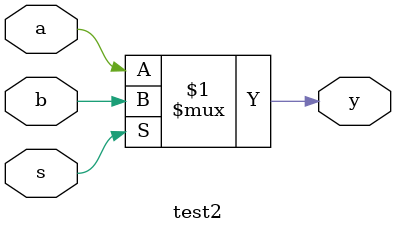
<source format=v>
module test2(a,b,s,y);
input a,b,s;
output y;
assign y = s?b:a;
endmodule
</source>
